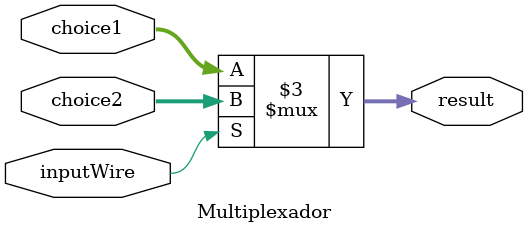
<source format=v>
module Multiplexador (inputWire, choice1, choice2, result);
  input wire inputWire;
  input wire [31:0]choice1;
  input wire [31:0]choice2;
  output reg [31:0]result;

  always@(*)begin //Caso seja verdadeiro, (1) ele vai para choice2, caso seja falso (0), vai para choice1
    if(inputWire) result = choice2;
    else result = choice1;
  end
  
endmodule
</source>
